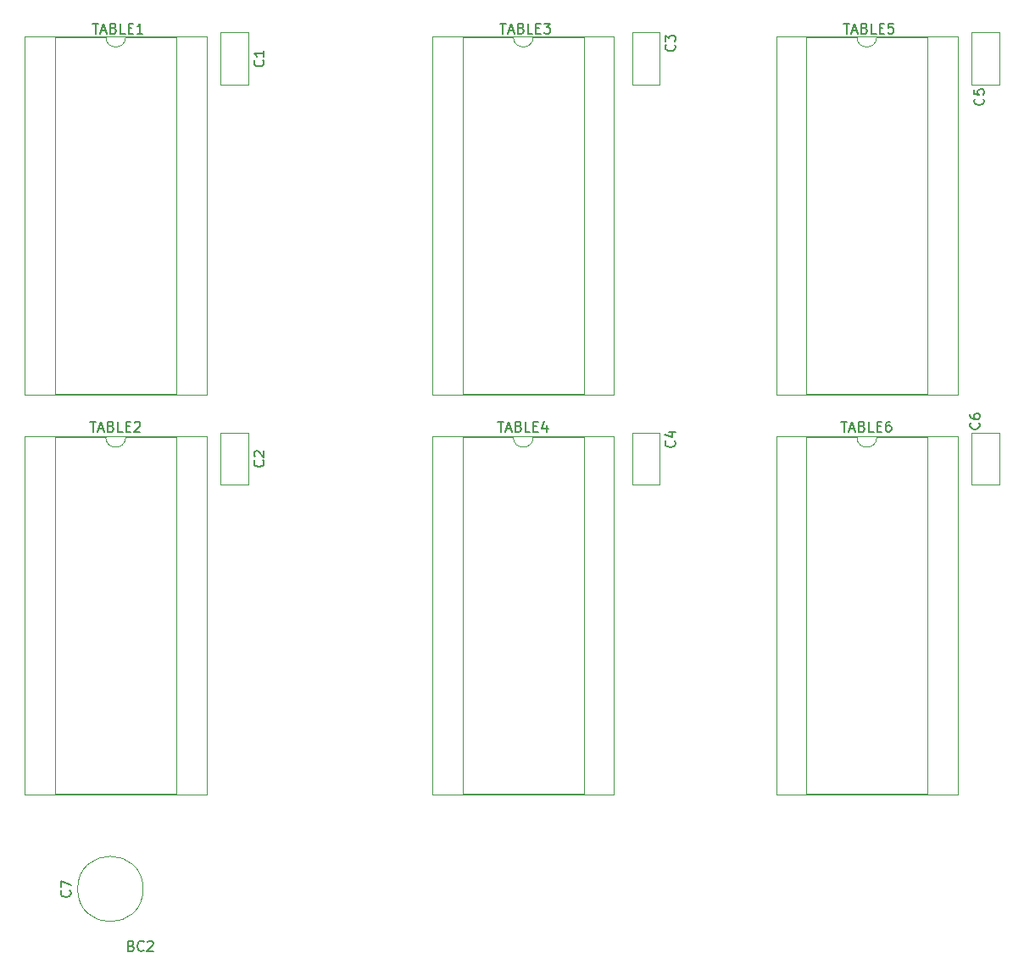
<source format=gbr>
%TF.GenerationSoftware,KiCad,Pcbnew,9.0.5*%
%TF.CreationDate,2025-11-19T18:14:37+02:00*%
%TF.ProjectId,core_3,636f7265-5f33-42e6-9b69-6361645f7063,rev?*%
%TF.SameCoordinates,Original*%
%TF.FileFunction,Legend,Top*%
%TF.FilePolarity,Positive*%
%FSLAX46Y46*%
G04 Gerber Fmt 4.6, Leading zero omitted, Abs format (unit mm)*
G04 Created by KiCad (PCBNEW 9.0.5) date 2025-11-19 18:14:37*
%MOMM*%
%LPD*%
G01*
G04 APERTURE LIST*
%ADD10C,0.150000*%
%ADD11C,0.120000*%
G04 APERTURE END LIST*
D10*
X101692381Y-93044819D02*
X102263809Y-93044819D01*
X101978095Y-94044819D02*
X101978095Y-93044819D01*
X102549524Y-93759104D02*
X103025714Y-93759104D01*
X102454286Y-94044819D02*
X102787619Y-93044819D01*
X102787619Y-93044819D02*
X103120952Y-94044819D01*
X103787619Y-93521009D02*
X103930476Y-93568628D01*
X103930476Y-93568628D02*
X103978095Y-93616247D01*
X103978095Y-93616247D02*
X104025714Y-93711485D01*
X104025714Y-93711485D02*
X104025714Y-93854342D01*
X104025714Y-93854342D02*
X103978095Y-93949580D01*
X103978095Y-93949580D02*
X103930476Y-93997200D01*
X103930476Y-93997200D02*
X103835238Y-94044819D01*
X103835238Y-94044819D02*
X103454286Y-94044819D01*
X103454286Y-94044819D02*
X103454286Y-93044819D01*
X103454286Y-93044819D02*
X103787619Y-93044819D01*
X103787619Y-93044819D02*
X103882857Y-93092438D01*
X103882857Y-93092438D02*
X103930476Y-93140057D01*
X103930476Y-93140057D02*
X103978095Y-93235295D01*
X103978095Y-93235295D02*
X103978095Y-93330533D01*
X103978095Y-93330533D02*
X103930476Y-93425771D01*
X103930476Y-93425771D02*
X103882857Y-93473390D01*
X103882857Y-93473390D02*
X103787619Y-93521009D01*
X103787619Y-93521009D02*
X103454286Y-93521009D01*
X104930476Y-94044819D02*
X104454286Y-94044819D01*
X104454286Y-94044819D02*
X104454286Y-93044819D01*
X105263810Y-93521009D02*
X105597143Y-93521009D01*
X105740000Y-94044819D02*
X105263810Y-94044819D01*
X105263810Y-94044819D02*
X105263810Y-93044819D01*
X105263810Y-93044819D02*
X105740000Y-93044819D01*
X106597143Y-93378152D02*
X106597143Y-94044819D01*
X106359048Y-92997200D02*
X106120953Y-93711485D01*
X106120953Y-93711485D02*
X106740000Y-93711485D01*
X136252381Y-53254819D02*
X136823809Y-53254819D01*
X136538095Y-54254819D02*
X136538095Y-53254819D01*
X137109524Y-53969104D02*
X137585714Y-53969104D01*
X137014286Y-54254819D02*
X137347619Y-53254819D01*
X137347619Y-53254819D02*
X137680952Y-54254819D01*
X138347619Y-53731009D02*
X138490476Y-53778628D01*
X138490476Y-53778628D02*
X138538095Y-53826247D01*
X138538095Y-53826247D02*
X138585714Y-53921485D01*
X138585714Y-53921485D02*
X138585714Y-54064342D01*
X138585714Y-54064342D02*
X138538095Y-54159580D01*
X138538095Y-54159580D02*
X138490476Y-54207200D01*
X138490476Y-54207200D02*
X138395238Y-54254819D01*
X138395238Y-54254819D02*
X138014286Y-54254819D01*
X138014286Y-54254819D02*
X138014286Y-53254819D01*
X138014286Y-53254819D02*
X138347619Y-53254819D01*
X138347619Y-53254819D02*
X138442857Y-53302438D01*
X138442857Y-53302438D02*
X138490476Y-53350057D01*
X138490476Y-53350057D02*
X138538095Y-53445295D01*
X138538095Y-53445295D02*
X138538095Y-53540533D01*
X138538095Y-53540533D02*
X138490476Y-53635771D01*
X138490476Y-53635771D02*
X138442857Y-53683390D01*
X138442857Y-53683390D02*
X138347619Y-53731009D01*
X138347619Y-53731009D02*
X138014286Y-53731009D01*
X139490476Y-54254819D02*
X139014286Y-54254819D01*
X139014286Y-54254819D02*
X139014286Y-53254819D01*
X139823810Y-53731009D02*
X140157143Y-53731009D01*
X140300000Y-54254819D02*
X139823810Y-54254819D01*
X139823810Y-54254819D02*
X139823810Y-53254819D01*
X139823810Y-53254819D02*
X140300000Y-53254819D01*
X141204762Y-53254819D02*
X140728572Y-53254819D01*
X140728572Y-53254819D02*
X140680953Y-53731009D01*
X140680953Y-53731009D02*
X140728572Y-53683390D01*
X140728572Y-53683390D02*
X140823810Y-53635771D01*
X140823810Y-53635771D02*
X141061905Y-53635771D01*
X141061905Y-53635771D02*
X141157143Y-53683390D01*
X141157143Y-53683390D02*
X141204762Y-53731009D01*
X141204762Y-53731009D02*
X141252381Y-53826247D01*
X141252381Y-53826247D02*
X141252381Y-54064342D01*
X141252381Y-54064342D02*
X141204762Y-54159580D01*
X141204762Y-54159580D02*
X141157143Y-54207200D01*
X141157143Y-54207200D02*
X141061905Y-54254819D01*
X141061905Y-54254819D02*
X140823810Y-54254819D01*
X140823810Y-54254819D02*
X140728572Y-54207200D01*
X140728572Y-54207200D02*
X140680953Y-54159580D01*
X119339580Y-94966666D02*
X119387200Y-95014285D01*
X119387200Y-95014285D02*
X119434819Y-95157142D01*
X119434819Y-95157142D02*
X119434819Y-95252380D01*
X119434819Y-95252380D02*
X119387200Y-95395237D01*
X119387200Y-95395237D02*
X119291961Y-95490475D01*
X119291961Y-95490475D02*
X119196723Y-95538094D01*
X119196723Y-95538094D02*
X119006247Y-95585713D01*
X119006247Y-95585713D02*
X118863390Y-95585713D01*
X118863390Y-95585713D02*
X118672914Y-95538094D01*
X118672914Y-95538094D02*
X118577676Y-95490475D01*
X118577676Y-95490475D02*
X118482438Y-95395237D01*
X118482438Y-95395237D02*
X118434819Y-95252380D01*
X118434819Y-95252380D02*
X118434819Y-95157142D01*
X118434819Y-95157142D02*
X118482438Y-95014285D01*
X118482438Y-95014285D02*
X118530057Y-94966666D01*
X118768152Y-94109523D02*
X119434819Y-94109523D01*
X118387200Y-94347618D02*
X119101485Y-94585713D01*
X119101485Y-94585713D02*
X119101485Y-93966666D01*
X136004588Y-93044819D02*
X136576016Y-93044819D01*
X136290302Y-94044819D02*
X136290302Y-93044819D01*
X136861731Y-93759104D02*
X137337921Y-93759104D01*
X136766493Y-94044819D02*
X137099826Y-93044819D01*
X137099826Y-93044819D02*
X137433159Y-94044819D01*
X138099826Y-93521009D02*
X138242683Y-93568628D01*
X138242683Y-93568628D02*
X138290302Y-93616247D01*
X138290302Y-93616247D02*
X138337921Y-93711485D01*
X138337921Y-93711485D02*
X138337921Y-93854342D01*
X138337921Y-93854342D02*
X138290302Y-93949580D01*
X138290302Y-93949580D02*
X138242683Y-93997200D01*
X138242683Y-93997200D02*
X138147445Y-94044819D01*
X138147445Y-94044819D02*
X137766493Y-94044819D01*
X137766493Y-94044819D02*
X137766493Y-93044819D01*
X137766493Y-93044819D02*
X138099826Y-93044819D01*
X138099826Y-93044819D02*
X138195064Y-93092438D01*
X138195064Y-93092438D02*
X138242683Y-93140057D01*
X138242683Y-93140057D02*
X138290302Y-93235295D01*
X138290302Y-93235295D02*
X138290302Y-93330533D01*
X138290302Y-93330533D02*
X138242683Y-93425771D01*
X138242683Y-93425771D02*
X138195064Y-93473390D01*
X138195064Y-93473390D02*
X138099826Y-93521009D01*
X138099826Y-93521009D02*
X137766493Y-93521009D01*
X139242683Y-94044819D02*
X138766493Y-94044819D01*
X138766493Y-94044819D02*
X138766493Y-93044819D01*
X139576017Y-93521009D02*
X139909350Y-93521009D01*
X140052207Y-94044819D02*
X139576017Y-94044819D01*
X139576017Y-94044819D02*
X139576017Y-93044819D01*
X139576017Y-93044819D02*
X140052207Y-93044819D01*
X140909350Y-93044819D02*
X140718874Y-93044819D01*
X140718874Y-93044819D02*
X140623636Y-93092438D01*
X140623636Y-93092438D02*
X140576017Y-93140057D01*
X140576017Y-93140057D02*
X140480779Y-93282914D01*
X140480779Y-93282914D02*
X140433160Y-93473390D01*
X140433160Y-93473390D02*
X140433160Y-93854342D01*
X140433160Y-93854342D02*
X140480779Y-93949580D01*
X140480779Y-93949580D02*
X140528398Y-93997200D01*
X140528398Y-93997200D02*
X140623636Y-94044819D01*
X140623636Y-94044819D02*
X140814112Y-94044819D01*
X140814112Y-94044819D02*
X140909350Y-93997200D01*
X140909350Y-93997200D02*
X140956969Y-93949580D01*
X140956969Y-93949580D02*
X141004588Y-93854342D01*
X141004588Y-93854342D02*
X141004588Y-93616247D01*
X141004588Y-93616247D02*
X140956969Y-93521009D01*
X140956969Y-93521009D02*
X140909350Y-93473390D01*
X140909350Y-93473390D02*
X140814112Y-93425771D01*
X140814112Y-93425771D02*
X140623636Y-93425771D01*
X140623636Y-93425771D02*
X140528398Y-93473390D01*
X140528398Y-93473390D02*
X140480779Y-93521009D01*
X140480779Y-93521009D02*
X140433160Y-93616247D01*
X150159580Y-60766666D02*
X150207200Y-60814285D01*
X150207200Y-60814285D02*
X150254819Y-60957142D01*
X150254819Y-60957142D02*
X150254819Y-61052380D01*
X150254819Y-61052380D02*
X150207200Y-61195237D01*
X150207200Y-61195237D02*
X150111961Y-61290475D01*
X150111961Y-61290475D02*
X150016723Y-61338094D01*
X150016723Y-61338094D02*
X149826247Y-61385713D01*
X149826247Y-61385713D02*
X149683390Y-61385713D01*
X149683390Y-61385713D02*
X149492914Y-61338094D01*
X149492914Y-61338094D02*
X149397676Y-61290475D01*
X149397676Y-61290475D02*
X149302438Y-61195237D01*
X149302438Y-61195237D02*
X149254819Y-61052380D01*
X149254819Y-61052380D02*
X149254819Y-60957142D01*
X149254819Y-60957142D02*
X149302438Y-60814285D01*
X149302438Y-60814285D02*
X149350057Y-60766666D01*
X149254819Y-59861904D02*
X149254819Y-60338094D01*
X149254819Y-60338094D02*
X149731009Y-60385713D01*
X149731009Y-60385713D02*
X149683390Y-60338094D01*
X149683390Y-60338094D02*
X149635771Y-60242856D01*
X149635771Y-60242856D02*
X149635771Y-60004761D01*
X149635771Y-60004761D02*
X149683390Y-59909523D01*
X149683390Y-59909523D02*
X149731009Y-59861904D01*
X149731009Y-59861904D02*
X149826247Y-59814285D01*
X149826247Y-59814285D02*
X150064342Y-59814285D01*
X150064342Y-59814285D02*
X150159580Y-59861904D01*
X150159580Y-59861904D02*
X150207200Y-59909523D01*
X150207200Y-59909523D02*
X150254819Y-60004761D01*
X150254819Y-60004761D02*
X150254819Y-60242856D01*
X150254819Y-60242856D02*
X150207200Y-60338094D01*
X150207200Y-60338094D02*
X150159580Y-60385713D01*
X61233661Y-53254819D02*
X61805089Y-53254819D01*
X61519375Y-54254819D02*
X61519375Y-53254819D01*
X62090804Y-53969104D02*
X62566994Y-53969104D01*
X61995566Y-54254819D02*
X62328899Y-53254819D01*
X62328899Y-53254819D02*
X62662232Y-54254819D01*
X63328899Y-53731009D02*
X63471756Y-53778628D01*
X63471756Y-53778628D02*
X63519375Y-53826247D01*
X63519375Y-53826247D02*
X63566994Y-53921485D01*
X63566994Y-53921485D02*
X63566994Y-54064342D01*
X63566994Y-54064342D02*
X63519375Y-54159580D01*
X63519375Y-54159580D02*
X63471756Y-54207200D01*
X63471756Y-54207200D02*
X63376518Y-54254819D01*
X63376518Y-54254819D02*
X62995566Y-54254819D01*
X62995566Y-54254819D02*
X62995566Y-53254819D01*
X62995566Y-53254819D02*
X63328899Y-53254819D01*
X63328899Y-53254819D02*
X63424137Y-53302438D01*
X63424137Y-53302438D02*
X63471756Y-53350057D01*
X63471756Y-53350057D02*
X63519375Y-53445295D01*
X63519375Y-53445295D02*
X63519375Y-53540533D01*
X63519375Y-53540533D02*
X63471756Y-53635771D01*
X63471756Y-53635771D02*
X63424137Y-53683390D01*
X63424137Y-53683390D02*
X63328899Y-53731009D01*
X63328899Y-53731009D02*
X62995566Y-53731009D01*
X64471756Y-54254819D02*
X63995566Y-54254819D01*
X63995566Y-54254819D02*
X63995566Y-53254819D01*
X64805090Y-53731009D02*
X65138423Y-53731009D01*
X65281280Y-54254819D02*
X64805090Y-54254819D01*
X64805090Y-54254819D02*
X64805090Y-53254819D01*
X64805090Y-53254819D02*
X65281280Y-53254819D01*
X66233661Y-54254819D02*
X65662233Y-54254819D01*
X65947947Y-54254819D02*
X65947947Y-53254819D01*
X65947947Y-53254819D02*
X65852709Y-53397676D01*
X65852709Y-53397676D02*
X65757471Y-53492914D01*
X65757471Y-53492914D02*
X65662233Y-53540533D01*
X101940174Y-53254819D02*
X102511602Y-53254819D01*
X102225888Y-54254819D02*
X102225888Y-53254819D01*
X102797317Y-53969104D02*
X103273507Y-53969104D01*
X102702079Y-54254819D02*
X103035412Y-53254819D01*
X103035412Y-53254819D02*
X103368745Y-54254819D01*
X104035412Y-53731009D02*
X104178269Y-53778628D01*
X104178269Y-53778628D02*
X104225888Y-53826247D01*
X104225888Y-53826247D02*
X104273507Y-53921485D01*
X104273507Y-53921485D02*
X104273507Y-54064342D01*
X104273507Y-54064342D02*
X104225888Y-54159580D01*
X104225888Y-54159580D02*
X104178269Y-54207200D01*
X104178269Y-54207200D02*
X104083031Y-54254819D01*
X104083031Y-54254819D02*
X103702079Y-54254819D01*
X103702079Y-54254819D02*
X103702079Y-53254819D01*
X103702079Y-53254819D02*
X104035412Y-53254819D01*
X104035412Y-53254819D02*
X104130650Y-53302438D01*
X104130650Y-53302438D02*
X104178269Y-53350057D01*
X104178269Y-53350057D02*
X104225888Y-53445295D01*
X104225888Y-53445295D02*
X104225888Y-53540533D01*
X104225888Y-53540533D02*
X104178269Y-53635771D01*
X104178269Y-53635771D02*
X104130650Y-53683390D01*
X104130650Y-53683390D02*
X104035412Y-53731009D01*
X104035412Y-53731009D02*
X103702079Y-53731009D01*
X105178269Y-54254819D02*
X104702079Y-54254819D01*
X104702079Y-54254819D02*
X104702079Y-53254819D01*
X105511603Y-53731009D02*
X105844936Y-53731009D01*
X105987793Y-54254819D02*
X105511603Y-54254819D01*
X105511603Y-54254819D02*
X105511603Y-53254819D01*
X105511603Y-53254819D02*
X105987793Y-53254819D01*
X106321127Y-53254819D02*
X106940174Y-53254819D01*
X106940174Y-53254819D02*
X106606841Y-53635771D01*
X106606841Y-53635771D02*
X106749698Y-53635771D01*
X106749698Y-53635771D02*
X106844936Y-53683390D01*
X106844936Y-53683390D02*
X106892555Y-53731009D01*
X106892555Y-53731009D02*
X106940174Y-53826247D01*
X106940174Y-53826247D02*
X106940174Y-54064342D01*
X106940174Y-54064342D02*
X106892555Y-54159580D01*
X106892555Y-54159580D02*
X106844936Y-54207200D01*
X106844936Y-54207200D02*
X106749698Y-54254819D01*
X106749698Y-54254819D02*
X106463984Y-54254819D01*
X106463984Y-54254819D02*
X106368746Y-54207200D01*
X106368746Y-54207200D02*
X106321127Y-54159580D01*
X149759580Y-93166666D02*
X149807200Y-93214285D01*
X149807200Y-93214285D02*
X149854819Y-93357142D01*
X149854819Y-93357142D02*
X149854819Y-93452380D01*
X149854819Y-93452380D02*
X149807200Y-93595237D01*
X149807200Y-93595237D02*
X149711961Y-93690475D01*
X149711961Y-93690475D02*
X149616723Y-93738094D01*
X149616723Y-93738094D02*
X149426247Y-93785713D01*
X149426247Y-93785713D02*
X149283390Y-93785713D01*
X149283390Y-93785713D02*
X149092914Y-93738094D01*
X149092914Y-93738094D02*
X148997676Y-93690475D01*
X148997676Y-93690475D02*
X148902438Y-93595237D01*
X148902438Y-93595237D02*
X148854819Y-93452380D01*
X148854819Y-93452380D02*
X148854819Y-93357142D01*
X148854819Y-93357142D02*
X148902438Y-93214285D01*
X148902438Y-93214285D02*
X148950057Y-93166666D01*
X148854819Y-92309523D02*
X148854819Y-92499999D01*
X148854819Y-92499999D02*
X148902438Y-92595237D01*
X148902438Y-92595237D02*
X148950057Y-92642856D01*
X148950057Y-92642856D02*
X149092914Y-92738094D01*
X149092914Y-92738094D02*
X149283390Y-92785713D01*
X149283390Y-92785713D02*
X149664342Y-92785713D01*
X149664342Y-92785713D02*
X149759580Y-92738094D01*
X149759580Y-92738094D02*
X149807200Y-92690475D01*
X149807200Y-92690475D02*
X149854819Y-92595237D01*
X149854819Y-92595237D02*
X149854819Y-92404761D01*
X149854819Y-92404761D02*
X149807200Y-92309523D01*
X149807200Y-92309523D02*
X149759580Y-92261904D01*
X149759580Y-92261904D02*
X149664342Y-92214285D01*
X149664342Y-92214285D02*
X149426247Y-92214285D01*
X149426247Y-92214285D02*
X149331009Y-92261904D01*
X149331009Y-92261904D02*
X149283390Y-92309523D01*
X149283390Y-92309523D02*
X149235771Y-92404761D01*
X149235771Y-92404761D02*
X149235771Y-92595237D01*
X149235771Y-92595237D02*
X149283390Y-92690475D01*
X149283390Y-92690475D02*
X149331009Y-92738094D01*
X149331009Y-92738094D02*
X149426247Y-92785713D01*
X58959580Y-139916666D02*
X59007200Y-139964285D01*
X59007200Y-139964285D02*
X59054819Y-140107142D01*
X59054819Y-140107142D02*
X59054819Y-140202380D01*
X59054819Y-140202380D02*
X59007200Y-140345237D01*
X59007200Y-140345237D02*
X58911961Y-140440475D01*
X58911961Y-140440475D02*
X58816723Y-140488094D01*
X58816723Y-140488094D02*
X58626247Y-140535713D01*
X58626247Y-140535713D02*
X58483390Y-140535713D01*
X58483390Y-140535713D02*
X58292914Y-140488094D01*
X58292914Y-140488094D02*
X58197676Y-140440475D01*
X58197676Y-140440475D02*
X58102438Y-140345237D01*
X58102438Y-140345237D02*
X58054819Y-140202380D01*
X58054819Y-140202380D02*
X58054819Y-140107142D01*
X58054819Y-140107142D02*
X58102438Y-139964285D01*
X58102438Y-139964285D02*
X58150057Y-139916666D01*
X58054819Y-139583332D02*
X58054819Y-138916666D01*
X58054819Y-138916666D02*
X59054819Y-139345237D01*
X60985868Y-93044819D02*
X61557296Y-93044819D01*
X61271582Y-94044819D02*
X61271582Y-93044819D01*
X61843011Y-93759104D02*
X62319201Y-93759104D01*
X61747773Y-94044819D02*
X62081106Y-93044819D01*
X62081106Y-93044819D02*
X62414439Y-94044819D01*
X63081106Y-93521009D02*
X63223963Y-93568628D01*
X63223963Y-93568628D02*
X63271582Y-93616247D01*
X63271582Y-93616247D02*
X63319201Y-93711485D01*
X63319201Y-93711485D02*
X63319201Y-93854342D01*
X63319201Y-93854342D02*
X63271582Y-93949580D01*
X63271582Y-93949580D02*
X63223963Y-93997200D01*
X63223963Y-93997200D02*
X63128725Y-94044819D01*
X63128725Y-94044819D02*
X62747773Y-94044819D01*
X62747773Y-94044819D02*
X62747773Y-93044819D01*
X62747773Y-93044819D02*
X63081106Y-93044819D01*
X63081106Y-93044819D02*
X63176344Y-93092438D01*
X63176344Y-93092438D02*
X63223963Y-93140057D01*
X63223963Y-93140057D02*
X63271582Y-93235295D01*
X63271582Y-93235295D02*
X63271582Y-93330533D01*
X63271582Y-93330533D02*
X63223963Y-93425771D01*
X63223963Y-93425771D02*
X63176344Y-93473390D01*
X63176344Y-93473390D02*
X63081106Y-93521009D01*
X63081106Y-93521009D02*
X62747773Y-93521009D01*
X64223963Y-94044819D02*
X63747773Y-94044819D01*
X63747773Y-94044819D02*
X63747773Y-93044819D01*
X64557297Y-93521009D02*
X64890630Y-93521009D01*
X65033487Y-94044819D02*
X64557297Y-94044819D01*
X64557297Y-94044819D02*
X64557297Y-93044819D01*
X64557297Y-93044819D02*
X65033487Y-93044819D01*
X65414440Y-93140057D02*
X65462059Y-93092438D01*
X65462059Y-93092438D02*
X65557297Y-93044819D01*
X65557297Y-93044819D02*
X65795392Y-93044819D01*
X65795392Y-93044819D02*
X65890630Y-93092438D01*
X65890630Y-93092438D02*
X65938249Y-93140057D01*
X65938249Y-93140057D02*
X65985868Y-93235295D01*
X65985868Y-93235295D02*
X65985868Y-93330533D01*
X65985868Y-93330533D02*
X65938249Y-93473390D01*
X65938249Y-93473390D02*
X65366821Y-94044819D01*
X65366821Y-94044819D02*
X65985868Y-94044819D01*
X78253067Y-56916666D02*
X78300687Y-56964285D01*
X78300687Y-56964285D02*
X78348306Y-57107142D01*
X78348306Y-57107142D02*
X78348306Y-57202380D01*
X78348306Y-57202380D02*
X78300687Y-57345237D01*
X78300687Y-57345237D02*
X78205448Y-57440475D01*
X78205448Y-57440475D02*
X78110210Y-57488094D01*
X78110210Y-57488094D02*
X77919734Y-57535713D01*
X77919734Y-57535713D02*
X77776877Y-57535713D01*
X77776877Y-57535713D02*
X77586401Y-57488094D01*
X77586401Y-57488094D02*
X77491163Y-57440475D01*
X77491163Y-57440475D02*
X77395925Y-57345237D01*
X77395925Y-57345237D02*
X77348306Y-57202380D01*
X77348306Y-57202380D02*
X77348306Y-57107142D01*
X77348306Y-57107142D02*
X77395925Y-56964285D01*
X77395925Y-56964285D02*
X77443544Y-56916666D01*
X78348306Y-55964285D02*
X78348306Y-56535713D01*
X78348306Y-56249999D02*
X77348306Y-56249999D01*
X77348306Y-56249999D02*
X77491163Y-56345237D01*
X77491163Y-56345237D02*
X77586401Y-56440475D01*
X77586401Y-56440475D02*
X77634020Y-56535713D01*
X65095238Y-145431009D02*
X65238095Y-145478628D01*
X65238095Y-145478628D02*
X65285714Y-145526247D01*
X65285714Y-145526247D02*
X65333333Y-145621485D01*
X65333333Y-145621485D02*
X65333333Y-145764342D01*
X65333333Y-145764342D02*
X65285714Y-145859580D01*
X65285714Y-145859580D02*
X65238095Y-145907200D01*
X65238095Y-145907200D02*
X65142857Y-145954819D01*
X65142857Y-145954819D02*
X64761905Y-145954819D01*
X64761905Y-145954819D02*
X64761905Y-144954819D01*
X64761905Y-144954819D02*
X65095238Y-144954819D01*
X65095238Y-144954819D02*
X65190476Y-145002438D01*
X65190476Y-145002438D02*
X65238095Y-145050057D01*
X65238095Y-145050057D02*
X65285714Y-145145295D01*
X65285714Y-145145295D02*
X65285714Y-145240533D01*
X65285714Y-145240533D02*
X65238095Y-145335771D01*
X65238095Y-145335771D02*
X65190476Y-145383390D01*
X65190476Y-145383390D02*
X65095238Y-145431009D01*
X65095238Y-145431009D02*
X64761905Y-145431009D01*
X66333333Y-145859580D02*
X66285714Y-145907200D01*
X66285714Y-145907200D02*
X66142857Y-145954819D01*
X66142857Y-145954819D02*
X66047619Y-145954819D01*
X66047619Y-145954819D02*
X65904762Y-145907200D01*
X65904762Y-145907200D02*
X65809524Y-145811961D01*
X65809524Y-145811961D02*
X65761905Y-145716723D01*
X65761905Y-145716723D02*
X65714286Y-145526247D01*
X65714286Y-145526247D02*
X65714286Y-145383390D01*
X65714286Y-145383390D02*
X65761905Y-145192914D01*
X65761905Y-145192914D02*
X65809524Y-145097676D01*
X65809524Y-145097676D02*
X65904762Y-145002438D01*
X65904762Y-145002438D02*
X66047619Y-144954819D01*
X66047619Y-144954819D02*
X66142857Y-144954819D01*
X66142857Y-144954819D02*
X66285714Y-145002438D01*
X66285714Y-145002438D02*
X66333333Y-145050057D01*
X66714286Y-145050057D02*
X66761905Y-145002438D01*
X66761905Y-145002438D02*
X66857143Y-144954819D01*
X66857143Y-144954819D02*
X67095238Y-144954819D01*
X67095238Y-144954819D02*
X67190476Y-145002438D01*
X67190476Y-145002438D02*
X67238095Y-145050057D01*
X67238095Y-145050057D02*
X67285714Y-145145295D01*
X67285714Y-145145295D02*
X67285714Y-145240533D01*
X67285714Y-145240533D02*
X67238095Y-145383390D01*
X67238095Y-145383390D02*
X66666667Y-145954819D01*
X66666667Y-145954819D02*
X67285714Y-145954819D01*
X78253067Y-96916666D02*
X78300687Y-96964285D01*
X78300687Y-96964285D02*
X78348306Y-97107142D01*
X78348306Y-97107142D02*
X78348306Y-97202380D01*
X78348306Y-97202380D02*
X78300687Y-97345237D01*
X78300687Y-97345237D02*
X78205448Y-97440475D01*
X78205448Y-97440475D02*
X78110210Y-97488094D01*
X78110210Y-97488094D02*
X77919734Y-97535713D01*
X77919734Y-97535713D02*
X77776877Y-97535713D01*
X77776877Y-97535713D02*
X77586401Y-97488094D01*
X77586401Y-97488094D02*
X77491163Y-97440475D01*
X77491163Y-97440475D02*
X77395925Y-97345237D01*
X77395925Y-97345237D02*
X77348306Y-97202380D01*
X77348306Y-97202380D02*
X77348306Y-97107142D01*
X77348306Y-97107142D02*
X77395925Y-96964285D01*
X77395925Y-96964285D02*
X77443544Y-96916666D01*
X77443544Y-96535713D02*
X77395925Y-96488094D01*
X77395925Y-96488094D02*
X77348306Y-96392856D01*
X77348306Y-96392856D02*
X77348306Y-96154761D01*
X77348306Y-96154761D02*
X77395925Y-96059523D01*
X77395925Y-96059523D02*
X77443544Y-96011904D01*
X77443544Y-96011904D02*
X77538782Y-95964285D01*
X77538782Y-95964285D02*
X77634020Y-95964285D01*
X77634020Y-95964285D02*
X77776877Y-96011904D01*
X77776877Y-96011904D02*
X78348306Y-96583332D01*
X78348306Y-96583332D02*
X78348306Y-95964285D01*
X119339580Y-55366666D02*
X119387200Y-55414285D01*
X119387200Y-55414285D02*
X119434819Y-55557142D01*
X119434819Y-55557142D02*
X119434819Y-55652380D01*
X119434819Y-55652380D02*
X119387200Y-55795237D01*
X119387200Y-55795237D02*
X119291961Y-55890475D01*
X119291961Y-55890475D02*
X119196723Y-55938094D01*
X119196723Y-55938094D02*
X119006247Y-55985713D01*
X119006247Y-55985713D02*
X118863390Y-55985713D01*
X118863390Y-55985713D02*
X118672914Y-55938094D01*
X118672914Y-55938094D02*
X118577676Y-55890475D01*
X118577676Y-55890475D02*
X118482438Y-55795237D01*
X118482438Y-55795237D02*
X118434819Y-55652380D01*
X118434819Y-55652380D02*
X118434819Y-55557142D01*
X118434819Y-55557142D02*
X118482438Y-55414285D01*
X118482438Y-55414285D02*
X118530057Y-55366666D01*
X118434819Y-55033332D02*
X118434819Y-54414285D01*
X118434819Y-54414285D02*
X118815771Y-54747618D01*
X118815771Y-54747618D02*
X118815771Y-54604761D01*
X118815771Y-54604761D02*
X118863390Y-54509523D01*
X118863390Y-54509523D02*
X118911009Y-54461904D01*
X118911009Y-54461904D02*
X119006247Y-54414285D01*
X119006247Y-54414285D02*
X119244342Y-54414285D01*
X119244342Y-54414285D02*
X119339580Y-54461904D01*
X119339580Y-54461904D02*
X119387200Y-54509523D01*
X119387200Y-54509523D02*
X119434819Y-54604761D01*
X119434819Y-54604761D02*
X119434819Y-54890475D01*
X119434819Y-54890475D02*
X119387200Y-54985713D01*
X119387200Y-54985713D02*
X119339580Y-55033332D01*
D11*
%TO.C,TABLE4*%
X98180000Y-94590000D02*
X98180000Y-130270000D01*
X98180000Y-130270000D02*
X110300000Y-130270000D01*
X103240000Y-94590000D02*
X98180000Y-94590000D01*
X110300000Y-94590000D02*
X105240000Y-94590000D01*
X110300000Y-130270000D02*
X110300000Y-94590000D01*
X95180000Y-94530000D02*
X113300000Y-94530000D01*
X113300000Y-130330000D01*
X95180000Y-130330000D01*
X95180000Y-94530000D01*
X105240000Y-94590000D02*
G75*
G02*
X103240000Y-94590000I-1000000J0D01*
G01*
%TO.C,TABLE5*%
X132492207Y-54590000D02*
X132492207Y-90270000D01*
X132492207Y-90270000D02*
X144612207Y-90270000D01*
X137552207Y-54590000D02*
X132492207Y-54590000D01*
X144612207Y-54590000D02*
X139552207Y-54590000D01*
X144612207Y-90270000D02*
X144612207Y-54590000D01*
X129492207Y-54530000D02*
X147612207Y-54530000D01*
X147612207Y-90330000D01*
X129492207Y-90330000D01*
X129492207Y-54530000D01*
X139552207Y-54590000D02*
G75*
G02*
X137552207Y-54590000I-1000000J0D01*
G01*
%TO.C,C4*%
X115110000Y-94130000D02*
X117850000Y-94130000D01*
X115110000Y-99370000D02*
X115110000Y-94130000D01*
X117850000Y-94130000D02*
X117850000Y-99370000D01*
X117850000Y-99370000D02*
X115110000Y-99370000D01*
%TO.C,TABLE6*%
X132492207Y-94590000D02*
X132492207Y-130270000D01*
X132492207Y-130270000D02*
X144612207Y-130270000D01*
X137552207Y-94590000D02*
X132492207Y-94590000D01*
X144612207Y-94590000D02*
X139552207Y-94590000D01*
X144612207Y-130270000D02*
X144612207Y-94590000D01*
X129492207Y-94530000D02*
X147612207Y-94530000D01*
X147612207Y-130330000D01*
X129492207Y-130330000D01*
X129492207Y-94530000D01*
X139552207Y-94590000D02*
G75*
G02*
X137552207Y-94590000I-1000000J0D01*
G01*
%TO.C,C5*%
X149042207Y-54130000D02*
X151782207Y-54130000D01*
X149042207Y-59370000D02*
X149042207Y-54130000D01*
X151782207Y-54130000D02*
X151782207Y-59370000D01*
X151782207Y-59370000D02*
X149042207Y-59370000D01*
%TO.C,TABLE1*%
X57473487Y-54590000D02*
X57473487Y-90270000D01*
X57473487Y-90270000D02*
X69593487Y-90270000D01*
X62533487Y-54590000D02*
X57473487Y-54590000D01*
X69593487Y-54590000D02*
X64533487Y-54590000D01*
X69593487Y-90270000D02*
X69593487Y-54590000D01*
X54473487Y-54530000D02*
X72593487Y-54530000D01*
X72593487Y-90330000D01*
X54473487Y-90330000D01*
X54473487Y-54530000D01*
X64533487Y-54590000D02*
G75*
G02*
X62533487Y-54590000I-1000000J0D01*
G01*
%TO.C,TABLE3*%
X98180000Y-54590000D02*
X98180000Y-90270000D01*
X98180000Y-90270000D02*
X110300000Y-90270000D01*
X103240000Y-54590000D02*
X98180000Y-54590000D01*
X110300000Y-54590000D02*
X105240000Y-54590000D01*
X110300000Y-90270000D02*
X110300000Y-54590000D01*
X95180000Y-54530000D02*
X113300000Y-54530000D01*
X113300000Y-90330000D01*
X95180000Y-90330000D01*
X95180000Y-54530000D01*
X105240000Y-54590000D02*
G75*
G02*
X103240000Y-54590000I-1000000J0D01*
G01*
%TO.C,C6*%
X149042207Y-94130000D02*
X151782207Y-94130000D01*
X149042207Y-99370000D02*
X149042207Y-94130000D01*
X151782207Y-94130000D02*
X151782207Y-99370000D01*
X151782207Y-99370000D02*
X149042207Y-99370000D01*
%TO.C,C7*%
X66270000Y-139750000D02*
G75*
G02*
X59730000Y-139750000I-3270000J0D01*
G01*
X59730000Y-139750000D02*
G75*
G02*
X66270000Y-139750000I3270000J0D01*
G01*
%TO.C,TABLE2*%
X57473487Y-94590000D02*
X57473487Y-130270000D01*
X57473487Y-130270000D02*
X69593487Y-130270000D01*
X62533487Y-94590000D02*
X57473487Y-94590000D01*
X69593487Y-94590000D02*
X64533487Y-94590000D01*
X69593487Y-130270000D02*
X69593487Y-94590000D01*
X54473487Y-94530000D02*
X72593487Y-94530000D01*
X72593487Y-130330000D01*
X54473487Y-130330000D01*
X54473487Y-94530000D01*
X64533487Y-94590000D02*
G75*
G02*
X62533487Y-94590000I-1000000J0D01*
G01*
%TO.C,C1*%
X74023487Y-54130000D02*
X76763487Y-54130000D01*
X74023487Y-59370000D02*
X74023487Y-54130000D01*
X76763487Y-54130000D02*
X76763487Y-59370000D01*
X76763487Y-59370000D02*
X74023487Y-59370000D01*
%TO.C,C2*%
X74023487Y-94130000D02*
X76763487Y-94130000D01*
X74023487Y-99370000D02*
X74023487Y-94130000D01*
X76763487Y-94130000D02*
X76763487Y-99370000D01*
X76763487Y-99370000D02*
X74023487Y-99370000D01*
%TO.C,C3*%
X115110000Y-54130000D02*
X117850000Y-54130000D01*
X115110000Y-59370000D02*
X115110000Y-54130000D01*
X117850000Y-54130000D02*
X117850000Y-59370000D01*
X117850000Y-59370000D02*
X115110000Y-59370000D01*
%TD*%
M02*

</source>
